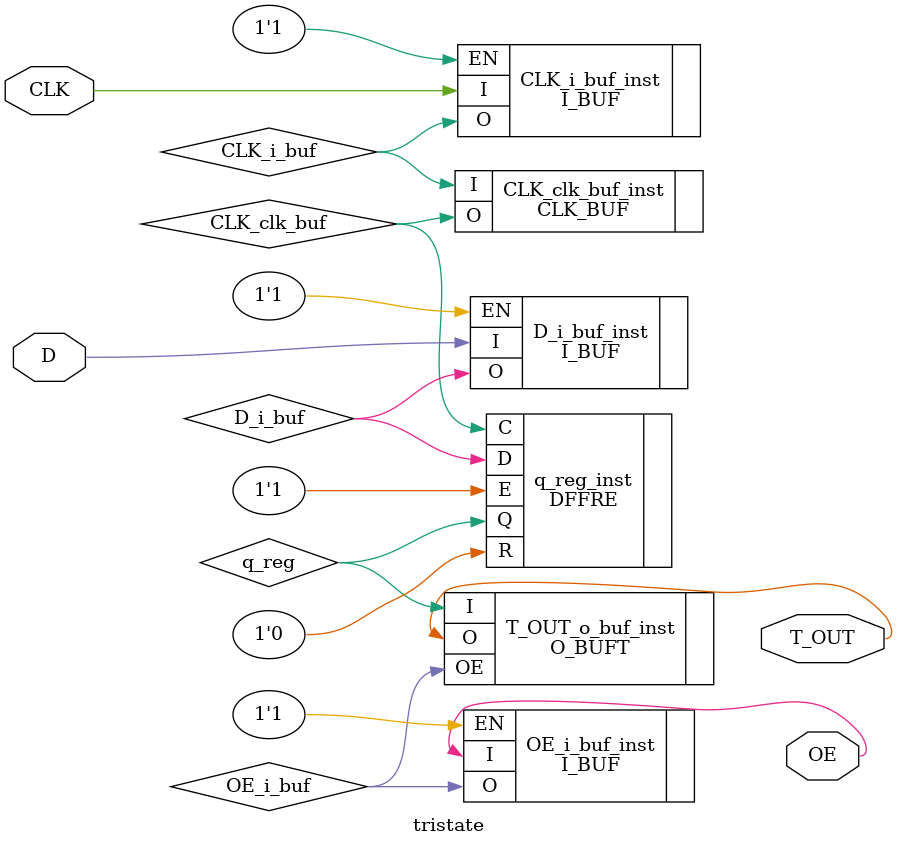
<source format=v>
`timescale 1ns/1ps

module tristate (
  (* src = "tristate_rtl.v:5" *)
  input D,
  (* src = "tristate_rtl.v:6" *)
  input CLK,
  (* src = "tristate_rtl.v:7" *)
  output OE,
  (* src = "tristate_rtl.v:8" *)
  output T_OUT
);

  (* src = "tristate_rtl.v:5" *)
  wire D_i_buf;
  (* src = "tristate_rtl.v:6" *)
  wire CLK_i_buf;
  (* src = "tristate_rtl.v:6" *)
  wire CLK_clk_buf;
  (* src = "tristate_rtl.v:7" *)
  wire OE_i_buf;
  (* src = "tristate_rtl.v:11" *)
  wire q_reg;

  (* src = "tristate_rtl.v:5" *)
  I_BUF #(
    .WEAK_KEEPER("NONE")
  ) D_i_buf_inst (
    .I(D),
    .EN(1'b1),
    .O(D_i_buf));

  (* src = "tristate_rtl.v:6" *)
  I_BUF #(
    .WEAK_KEEPER("NONE")
  ) CLK_i_buf_inst (
    .I(CLK),
    .EN(1'b1),
    .O(CLK_i_buf));
	
  (* src = "tristate_rtl.v:6" *)
  CLK_BUF CLK_clk_buf_inst (
    .I(CLK_i_buf),
	.O(CLK_clk_buf));

  (* src = "tristate_rtl.v:7" *)
  I_BUF #(
    .WEAK_KEEPER("NONE")
  ) OE_i_buf_inst (
    .I(OE),
    .EN(1'b1),
    .O(OE_i_buf));
	
  (* src = "tristate_rtl.v:14" *)
  DFFRE q_reg_inst (
    .D(D_i_buf),
	.R(1'b0),
	.E(1'b1),
	.C(CLK_clk_buf),
	.Q(q_reg));

  (* src = "tristate_rtl.v:16" *)
  O_BUFT #(
    .WEAK_KEEPER("NONE")
  ) T_OUT_o_buf_inst (
    .I(q_reg),
    .OE(OE_i_buf),
    .O(T_OUT));

endmodule

</source>
